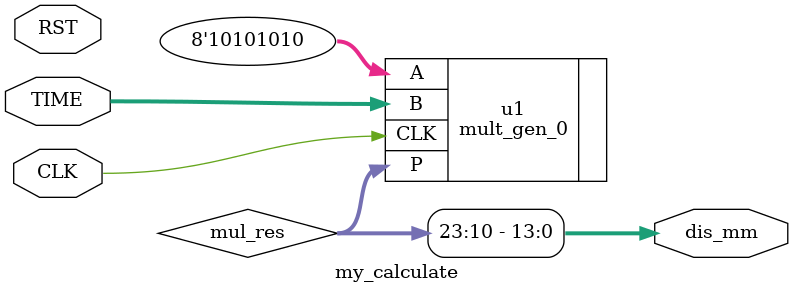
<source format=v>
`timescale 1ns / 1ps


module my_calculate(
    input CLK,
    input RST,
    input [15:0] TIME,
    output [13:0] dis_mm
    );
    wire[23:0] mul_res;
    mult_gen_0 u1(
                .CLK(CLK),
                .A(8'd170),
                .B(TIME),
                .P(mul_res)
                );
    assign dis_mm=mul_res[23:10];
endmodule

</source>
